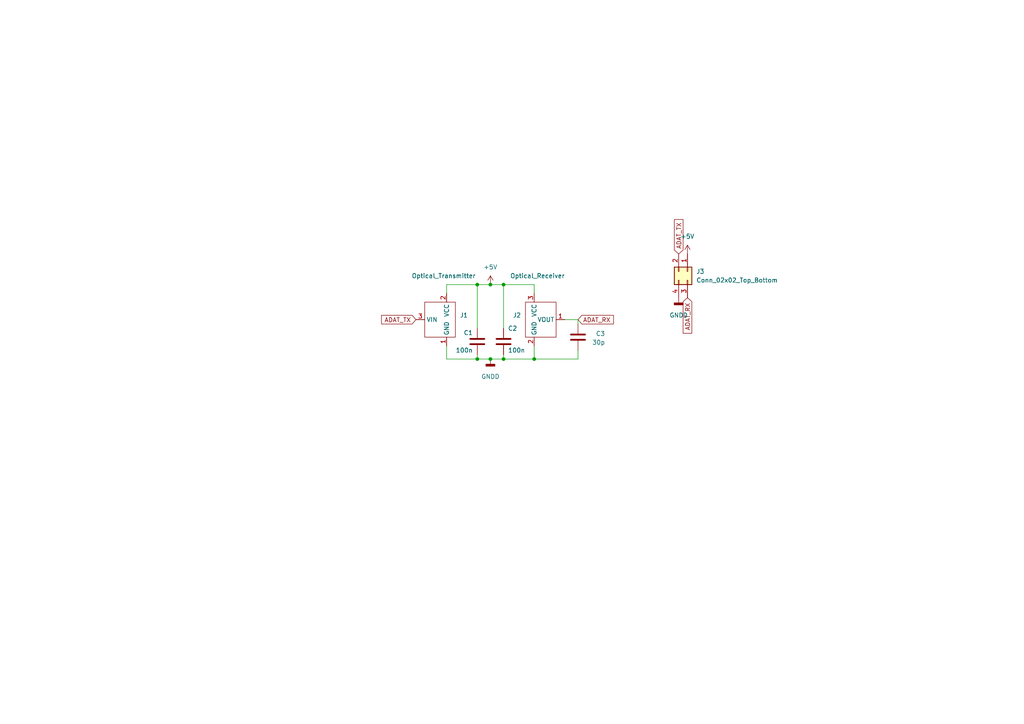
<source format=kicad_sch>
(kicad_sch (version 20231120) (generator "eeschema") (generator_version "8.0")
  (paper "A4")
  (lib_symbols
    (symbol "Connector_Generic:Conn_02x02_Top_Bottom" (pin_names (offset 1.016) hide)
      (property "Reference" "J" (at 1.27 2.54 0))
      (property "Value" "Conn_02x02_Top_Bottom" (at 1.27 -5.08 0))
      (symbol "Conn_02x02_Top_Bottom_1_1"
        (rectangle (start -1.27 -2.413) (end 0 -2.667) (stroke (width 0.1524)))
        (rectangle (start -1.27 0.127) (end 0 -0.127) (stroke (width 0.1524)))
        (rectangle (start -1.27 1.27) (end 3.81 -3.81) (stroke (width 0.254)) (fill (type background)))
        (rectangle (start 3.81 -2.413) (end 2.54 -2.667) (stroke (width 0.1524)))
        (rectangle (start 3.81 0.127) (end 2.54 -0.127) (stroke (width 0.1524)))
        (pin passive line (at -5.08 0 0) (length 3.81) (name "Pin_1") (number "1"))
        (pin passive line (at -5.08 -2.54 0) (length 3.81) (name "Pin_2") (number "2"))
        (pin passive line (at 7.62 0 180) (length 3.81) (name "Pin_3") (number "3"))
        (pin passive line (at 7.62 -2.54 180) (length 3.81) (name "Pin_4") (number "4"))
      )
    )
    (symbol "Device:C" (pin_numbers hide) (pin_names (offset 0.254))
      (property "Reference" "C" (at 0.635 2.54 0))
      (property "Value" "C" (at 0.635 -2.54 0))
      (symbol "C_0_1"
        (polyline (pts (xy -2.032 -0.762) (xy 2.032 -0.762)) (stroke (width 0.508)))
        (polyline (pts (xy -2.032 0.762) (xy 2.032 0.762)) (stroke (width 0.508)))
      )
      (symbol "C_1_1"
        (pin passive line (at 0 3.81 270) (length 2.794) (name "~") (number "1"))
        (pin passive line (at 0 -3.81 90) (length 2.794) (name "~") (number "2"))
      )
    )
    (symbol "MyLib:Optical_Receiver"
      (property "Reference" "U?" (at -3.81 1.2701 0))
      (property "Value" "Optical_Receiver" (at 8.89 12.7 0))
      (symbol "Optical_Receiver_0_1"
        (rectangle (start -2.54 5.08) (end 6.35 -5.08))
      )
      (symbol "Optical_Receiver_1_1"
        (pin output line (at 8.89 0 180) (length 2.54) (name "VOUT") (number "1"))
        (pin power_in line (at 0 -7.62 90) (length 2.54) (name "GND") (number "2"))
        (pin power_in line (at 0 7.62 270) (length 2.54) (name "VCC") (number "3"))
      )
    )
    (symbol "MyLib:Optical_Transmitter"
      (property "Reference" "U?" (at 3.81 1.2701 0))
      (property "Value" "Optical_Transmitter" (at -10.16 12.7 0))
      (symbol "Optical_Transmitter_0_1"
        (rectangle (start -2.54 5.08) (end 6.35 -5.08))
      )
      (symbol "Optical_Transmitter_1_1"
        (pin power_in line (at 0 -7.62 90) (length 2.54) (name "GND") (number "1"))
        (pin power_in line (at 0 7.62 270) (length 2.54) (name "VCC") (number "2"))
        (pin power_in line (at 8.89 0 180) (length 2.54) (name "VIN") (number "3"))
      )
    )
    (symbol "power:+5V" (power) (pin_names (offset 0))
      (property "Value" "+5V" (at 0 3.556 0))
      (symbol "+5V_0_1"
        (polyline (pts (xy -0.762 1.27) (xy 0 2.54)))
        (polyline (pts (xy 0 0) (xy 0 2.54)))
        (polyline (pts (xy 0 2.54) (xy 0.762 1.27)))
      )
      (symbol "+5V_1_1"
        (pin power_in line (at 0 0 90) (length 0) hide (name "+5V") (number "1"))
      )
    )
    (symbol "power:GNDD" (power) (pin_names (offset 0))
      (property "Value" "GNDD" (at 0 -3.175 0))
      (symbol "GNDD_0_1"
        (rectangle (start -1.27 -1.524) (end 1.27 -2.032) (stroke (width 0.254)) (fill (type outline)))
        (polyline (pts (xy 0 0) (xy 0 -1.524)))
      )
      (symbol "GNDD_1_1"
        (pin power_in line (at 0 0 270) (length 0) hide (name "GNDD") (number "1"))
      )
    )
  )
  (junction (at 154.94 104.14))
  (junction (at 138.43 104.14))
  (junction (at 142.24 82.55))
  (junction (at 138.43 82.55))
  (junction (at 142.24 104.14))
  (junction (at 146.05 82.55))
  (junction (at 146.05 104.14))
  (wire (pts (xy 138.43 102.87) (xy 138.43 104.14)))
  (wire (pts (xy 129.54 82.55) (xy 138.43 82.55)))
  (wire (pts (xy 142.24 104.14) (xy 146.05 104.14)))
  (wire (pts (xy 146.05 102.87) (xy 146.05 104.14)))
  (wire (pts (xy 129.54 100.33) (xy 129.54 104.14)))
  (wire (pts (xy 167.64 92.71) (xy 167.64 93.98)))
  (wire (pts (xy 154.94 100.33) (xy 154.94 104.14)))
  (wire (pts (xy 129.54 104.14) (xy 138.43 104.14)))
  (wire (pts (xy 138.43 95.25) (xy 138.43 82.55)))
  (wire (pts (xy 167.64 104.14) (xy 154.94 104.14)))
  (wire (pts (xy 146.05 82.55) (xy 154.94 82.55)))
  (wire (pts (xy 129.54 85.09) (xy 129.54 82.55)))
  (wire (pts (xy 167.64 101.6) (xy 167.64 104.14)))
  (wire (pts (xy 138.43 104.14) (xy 142.24 104.14)))
  (wire (pts (xy 138.43 82.55) (xy 142.24 82.55)))
  (wire (pts (xy 142.24 82.55) (xy 146.05 82.55)))
  (wire (pts (xy 146.05 104.14) (xy 154.94 104.14)))
  (wire (pts (xy 146.05 82.55) (xy 146.05 95.25)))
  (wire (pts (xy 154.94 82.55) (xy 154.94 85.09)))
  (wire (pts (xy 163.83 92.71) (xy 167.64 92.71)))
  (global_label "ADAT_TX" (shape input) (at 196.85 73.66 90) (property "Intersheetrefs" "${INTERSHEET_REFS}" (effects (hide yes))))
  (global_label "ADAT_RX" (shape input) (at 199.39 86.36 270) (property "Intersheetrefs" "${INTERSHEET_REFS}" (effects (hide yes))))
  (global_label "ADAT_TX" (shape input) (at 120.65 92.71 180) (property "Intersheetrefs" "${INTERSHEET_REFS}" (effects (hide yes))))
  (global_label "ADAT_RX" (shape input) (at 167.64 92.71 0) (property "Intersheetrefs" "${INTERSHEET_REFS}" (effects (hide yes))))
  (symbol (lib_id "power:+5V") (at 199.39 73.66 0) (unit 1)
    (property "Reference" "#PWR04" (effects (hide yes)))
    (property "Value" "+5V" (at 199.39 68.58 0))
  )
  (symbol (lib_id "Device:C") (at 138.43 99.06 0) (mirror x) (unit 1)
    (property "Reference" "C1" (at 137.16 96.52 0) (effects (justify right)))
    (property "Value" "100n" (at 137.16 101.6 0) (effects (justify right)))
    (property "Footprint" "Capacitor_SMD:C_0603_1608Metric_Pad1.08x0.95mm_HandSolder" (effects (hide yes)))
  )
  (symbol (lib_id "power:GNDD") (at 196.85 86.36 0) (unit 1)
    (property "Reference" "#PWR03" (effects (hide yes)))
    (property "Value" "GNDD" (at 196.85 91.44 0))
  )
  (symbol (lib_id "Device:C") (at 167.64 97.79 0) (mirror x) (unit 1)
    (property "Reference" "C3" (at 175.514 96.774 0) (effects (justify right)))
    (property "Value" "30p" (at 175.514 99.314 0) (effects (justify right)))
    (property "Footprint" "Capacitor_SMD:C_0603_1608Metric_Pad1.08x0.95mm_HandSolder" (effects (hide yes)))
  )
  (symbol (lib_id "power:+5V") (at 142.24 82.55 0) (unit 1)
    (property "Reference" "#PWR01" (effects (hide yes)))
    (property "Value" "+5V" (at 142.24 77.47 0))
  )
  (symbol (lib_id "power:GNDD") (at 142.24 104.14 0) (unit 1)
    (property "Reference" "#PWR02" (effects (hide yes)))
    (property "Value" "GNDD" (at 142.24 109.22 0))
  )
  (symbol (lib_id "Connector_Generic:Conn_02x02_Top_Bottom") (at 199.39 78.74 270) (unit 1)
    (property "Reference" "J3" (at 201.93 78.7399 90) (effects (justify left)))
    (property "Value" "Conn_02x02_Top_Bottom" (at 201.93 81.2799 90) (effects (justify left)))
    (property "Footprint" "Connector_PinHeader_2.54mm:PinHeader_2x02_P2.54mm_Horizontal" (effects (hide yes)))
  )
  (symbol (lib_id "MyLib:Optical_Transmitter") (at 129.54 92.71 0) (mirror y) (unit 1)
    (property "Reference" "J1" (at 133.35 91.4399 0) (effects (justify right)))
    (property "Value" "Optical_Transmitter" (at 119.38 80.01 0) (effects (justify right)))
    (property "Footprint" "Eigenes:Optical_Jack" (effects (hide yes)))
  )
  (symbol (lib_id "Device:C") (at 146.05 99.06 180) (unit 1)
    (property "Reference" "C2" (at 147.32 95.25 0) (effects (justify right)))
    (property "Value" "100n" (at 147.32 101.6 0) (effects (justify right)))
    (property "Footprint" "Capacitor_SMD:C_0603_1608Metric_Pad1.08x0.95mm_HandSolder" (effects (hide yes)))
  )
  (symbol (lib_id "MyLib:Optical_Receiver") (at 154.94 92.71 0) (unit 1)
    (property "Reference" "J2" (at 151.13 91.4399 0) (effects (justify right)))
    (property "Value" "Optical_Receiver" (at 163.83 80.01 0) (effects (justify right)))
    (property "Footprint" "Eigenes:Optical_Jack" (effects (hide yes)))
  )
)
</source>
